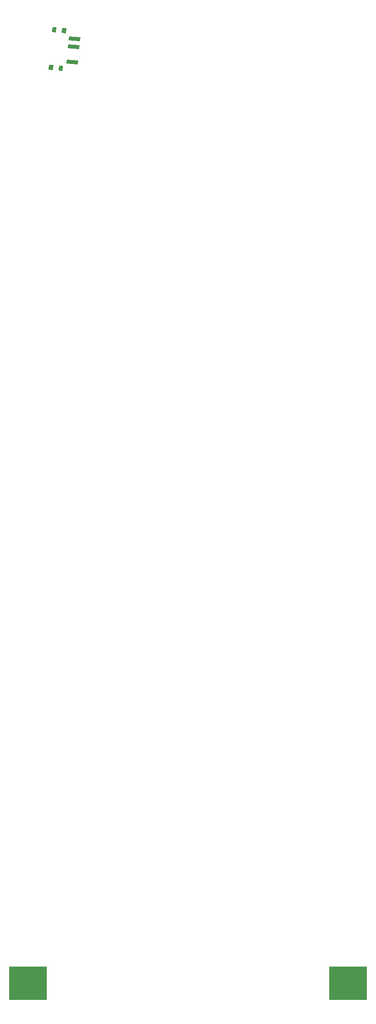
<source format=gbr>
G04 EAGLE Gerber RS-274X export*
G75*
%MOMM*%
%FSLAX34Y34*%
%LPD*%
%INSolderpaste Bottom*%
%IPPOS*%
%AMOC8*
5,1,8,0,0,1.08239X$1,22.5*%
G01*
%ADD10R,7.300000X6.400000*%
%ADD11R,2.209800X0.762000*%
%ADD12R,0.812800X0.990600*%


D10*
X320450Y-2379350D03*
X-300050Y-2379350D03*
D11*
G36*
X-199046Y-560356D02*
X-221059Y-558430D01*
X-220394Y-550840D01*
X-198381Y-552766D01*
X-199046Y-560356D01*
G37*
G36*
X-200353Y-575299D02*
X-222366Y-573373D01*
X-221701Y-565783D01*
X-199688Y-567709D01*
X-200353Y-575299D01*
G37*
G36*
X-202968Y-605185D02*
X-224981Y-603259D01*
X-224316Y-595669D01*
X-202303Y-597595D01*
X-202968Y-605185D01*
G37*
D12*
G36*
X-251748Y-616118D02*
X-259844Y-615409D01*
X-258980Y-605542D01*
X-250884Y-606251D01*
X-251748Y-616118D01*
G37*
G36*
X-232522Y-617800D02*
X-240618Y-617091D01*
X-239754Y-607224D01*
X-231658Y-607933D01*
X-232522Y-617800D01*
G37*
G36*
X-245386Y-543396D02*
X-253482Y-542687D01*
X-252618Y-532820D01*
X-244522Y-533529D01*
X-245386Y-543396D01*
G37*
G36*
X-226160Y-545078D02*
X-234256Y-544369D01*
X-233392Y-534502D01*
X-225296Y-535211D01*
X-226160Y-545078D01*
G37*
M02*

</source>
